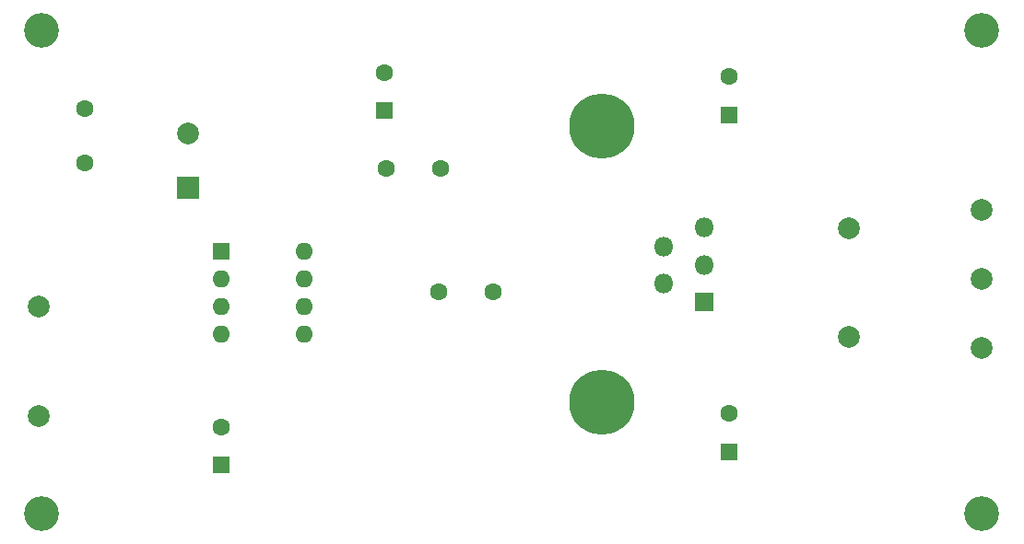
<source format=gbr>
G04 #@! TF.GenerationSoftware,KiCad,Pcbnew,(5.1.9-0-10_14)*
G04 #@! TF.CreationDate,2021-02-21T16:21:15+01:00*
G04 #@! TF.ProjectId,lt1115-phono-mm-mc,6c743131-3135-42d7-9068-6f6e6f2d6d6d,rev?*
G04 #@! TF.SameCoordinates,Original*
G04 #@! TF.FileFunction,Soldermask,Bot*
G04 #@! TF.FilePolarity,Negative*
%FSLAX46Y46*%
G04 Gerber Fmt 4.6, Leading zero omitted, Abs format (unit mm)*
G04 Created by KiCad (PCBNEW (5.1.9-0-10_14)) date 2021-02-21 16:21:15*
%MOMM*%
%LPD*%
G01*
G04 APERTURE LIST*
%ADD10C,3.200000*%
%ADD11O,1.800000X1.800000*%
%ADD12R,1.800000X1.800000*%
%ADD13O,1.600000X1.600000*%
%ADD14R,1.600000X1.600000*%
%ADD15C,2.000000*%
%ADD16C,6.000000*%
%ADD17C,1.600000*%
%ADD18R,2.000000X2.000000*%
G04 APERTURE END LIST*
D10*
X171450000Y-138430000D03*
X85090000Y-138430000D03*
X171450000Y-93980000D03*
X85090000Y-93980000D03*
D11*
X145923000Y-112135500D03*
X142223000Y-113835500D03*
X145923000Y-115535500D03*
X142223000Y-117235500D03*
D12*
X145923000Y-118935500D03*
D13*
X109220000Y-114300000D03*
X101600000Y-121920000D03*
X109220000Y-116840000D03*
X101600000Y-119380000D03*
X109220000Y-119380000D03*
X101600000Y-116840000D03*
X109220000Y-121920000D03*
D14*
X101600000Y-114300000D03*
D15*
X159258000Y-122174000D03*
X159258000Y-112141000D03*
X171450000Y-123190000D03*
X171450000Y-116840000D03*
X171450000Y-110490000D03*
X84836000Y-129413000D03*
X84836000Y-119380000D03*
D16*
X136525000Y-128143000D03*
X136525000Y-102743000D03*
D17*
X121539000Y-117983000D03*
X126539000Y-117983000D03*
X121713000Y-106680000D03*
X116713000Y-106680000D03*
X148209000Y-129215000D03*
D14*
X148209000Y-132715000D03*
D17*
X148209000Y-98227000D03*
D14*
X148209000Y-101727000D03*
D17*
X101600000Y-130429000D03*
D14*
X101600000Y-133929000D03*
D17*
X116586000Y-97846000D03*
D14*
X116586000Y-101346000D03*
D15*
X98552000Y-103458000D03*
D18*
X98552000Y-108458000D03*
D17*
X89027000Y-106172000D03*
X89027000Y-101172000D03*
M02*

</source>
